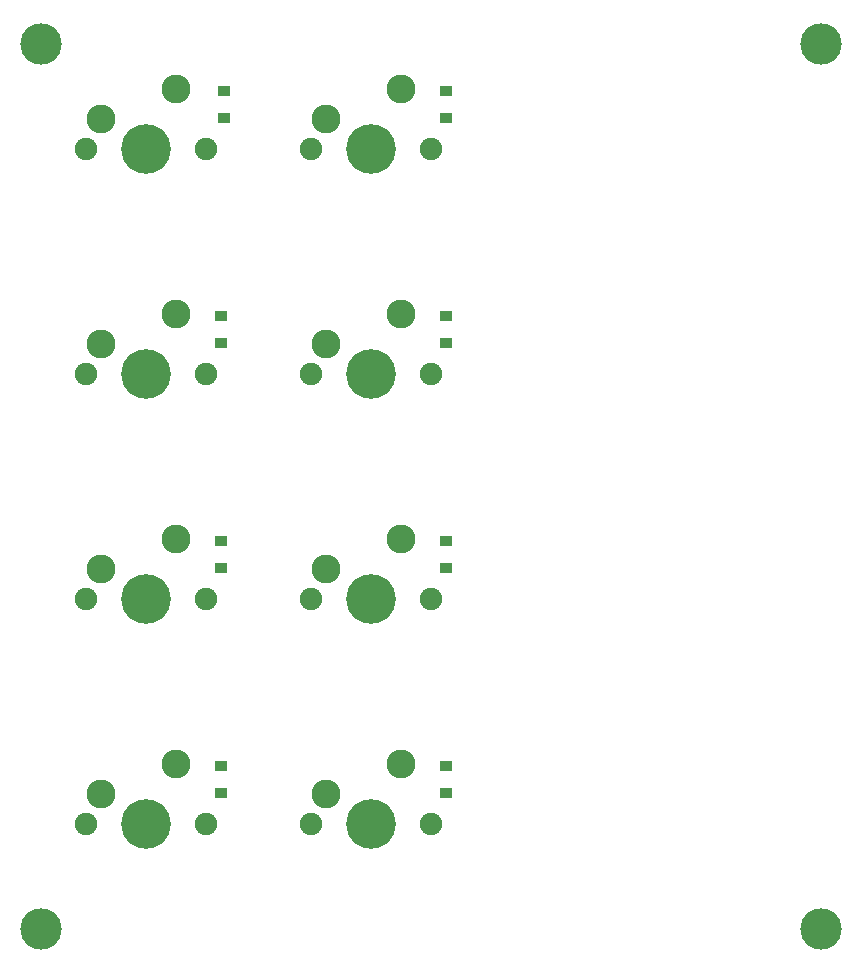
<source format=gbs>
G75*
%MOIN*%
%OFA0B0*%
%FSLAX25Y25*%
%IPPOS*%
%LPD*%
%AMOC8*
5,1,8,0,0,1.08239X$1,22.5*
%
%ADD10C,0.16548*%
%ADD11C,0.07493*%
%ADD12C,0.09658*%
%ADD13R,0.04068X0.03280*%
%ADD14C,0.13800*%
D10*
X0047250Y0051650D03*
X0047250Y0126650D03*
X0047250Y0201650D03*
X0047250Y0276650D03*
X0122250Y0276650D03*
X0122250Y0201650D03*
X0122250Y0126650D03*
X0122250Y0051650D03*
D11*
X0102250Y0051650D03*
X0067250Y0051650D03*
X0027250Y0051650D03*
X0027250Y0126650D03*
X0067250Y0126650D03*
X0102250Y0126650D03*
X0142250Y0126650D03*
X0142250Y0201650D03*
X0102250Y0201650D03*
X0067250Y0201650D03*
X0027250Y0201650D03*
X0027250Y0276650D03*
X0067250Y0276650D03*
X0102250Y0276650D03*
X0142250Y0276650D03*
X0142250Y0051650D03*
D12*
X0132250Y0071650D03*
X0107250Y0061650D03*
X0057250Y0071650D03*
X0032250Y0061650D03*
X0032250Y0136650D03*
X0057250Y0146650D03*
X0107250Y0136650D03*
X0132250Y0146650D03*
X0107250Y0211650D03*
X0132250Y0221650D03*
X0107250Y0286650D03*
X0132250Y0296650D03*
X0057250Y0296650D03*
X0032250Y0286650D03*
X0057250Y0221650D03*
X0032250Y0211650D03*
D13*
X0072250Y0212122D03*
X0072250Y0221178D03*
X0073250Y0287122D03*
X0073250Y0296178D03*
X0147250Y0296178D03*
X0147250Y0287122D03*
X0147250Y0221178D03*
X0147250Y0212122D03*
X0147250Y0146178D03*
X0147250Y0137122D03*
X0147250Y0071178D03*
X0147250Y0062122D03*
X0072250Y0062122D03*
X0072250Y0071178D03*
X0072250Y0137122D03*
X0072250Y0146178D03*
D14*
X0012250Y0016650D03*
X0272250Y0016650D03*
X0272250Y0311650D03*
X0012250Y0311650D03*
M02*

</source>
